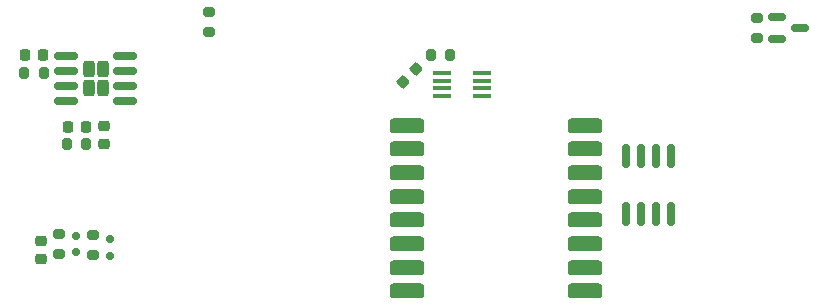
<source format=gbr>
%TF.GenerationSoftware,KiCad,Pcbnew,9.0.2*%
%TF.CreationDate,2025-07-17T17:29:37-04:00*%
%TF.ProjectId,raven-caller,72617665-6e2d-4636-916c-6c65722e6b69,rev?*%
%TF.SameCoordinates,Original*%
%TF.FileFunction,Paste,Bot*%
%TF.FilePolarity,Positive*%
%FSLAX46Y46*%
G04 Gerber Fmt 4.6, Leading zero omitted, Abs format (unit mm)*
G04 Created by KiCad (PCBNEW 9.0.2) date 2025-07-17 17:29:37*
%MOMM*%
%LPD*%
G01*
G04 APERTURE LIST*
G04 Aperture macros list*
%AMRoundRect*
0 Rectangle with rounded corners*
0 $1 Rounding radius*
0 $2 $3 $4 $5 $6 $7 $8 $9 X,Y pos of 4 corners*
0 Add a 4 corners polygon primitive as box body*
4,1,4,$2,$3,$4,$5,$6,$7,$8,$9,$2,$3,0*
0 Add four circle primitives for the rounded corners*
1,1,$1+$1,$2,$3*
1,1,$1+$1,$4,$5*
1,1,$1+$1,$6,$7*
1,1,$1+$1,$8,$9*
0 Add four rect primitives between the rounded corners*
20,1,$1+$1,$2,$3,$4,$5,0*
20,1,$1+$1,$4,$5,$6,$7,0*
20,1,$1+$1,$6,$7,$8,$9,0*
20,1,$1+$1,$8,$9,$2,$3,0*%
G04 Aperture macros list end*
%ADD10RoundRect,0.200000X0.275000X-0.200000X0.275000X0.200000X-0.275000X0.200000X-0.275000X-0.200000X0*%
%ADD11R,1.600000X0.300000*%
%ADD12RoundRect,0.150000X0.200000X-0.150000X0.200000X0.150000X-0.200000X0.150000X-0.200000X-0.150000X0*%
%ADD13RoundRect,0.200000X-0.275000X0.200000X-0.275000X-0.200000X0.275000X-0.200000X0.275000X0.200000X0*%
%ADD14RoundRect,0.200000X-0.200000X-0.275000X0.200000X-0.275000X0.200000X0.275000X-0.200000X0.275000X0*%
%ADD15RoundRect,0.150000X-0.587500X-0.150000X0.587500X-0.150000X0.587500X0.150000X-0.587500X0.150000X0*%
%ADD16RoundRect,0.225000X0.017678X-0.335876X0.335876X-0.017678X-0.017678X0.335876X-0.335876X0.017678X0*%
%ADD17RoundRect,0.225000X-0.250000X0.225000X-0.250000X-0.225000X0.250000X-0.225000X0.250000X0.225000X0*%
%ADD18RoundRect,0.150000X0.150000X-0.825000X0.150000X0.825000X-0.150000X0.825000X-0.150000X-0.825000X0*%
%ADD19RoundRect,0.218750X-0.218750X-0.256250X0.218750X-0.256250X0.218750X0.256250X-0.218750X0.256250X0*%
%ADD20RoundRect,0.200000X0.200000X0.275000X-0.200000X0.275000X-0.200000X-0.275000X0.200000X-0.275000X0*%
%ADD21RoundRect,0.225000X-0.225000X-0.250000X0.225000X-0.250000X0.225000X0.250000X-0.225000X0.250000X0*%
%ADD22RoundRect,0.250000X0.255000X0.440000X-0.255000X0.440000X-0.255000X-0.440000X0.255000X-0.440000X0*%
%ADD23RoundRect,0.150000X0.825000X0.150000X-0.825000X0.150000X-0.825000X-0.150000X0.825000X-0.150000X0*%
%ADD24RoundRect,0.225000X0.250000X-0.225000X0.250000X0.225000X-0.250000X0.225000X-0.250000X-0.225000X0*%
%ADD25RoundRect,0.317500X-1.157500X-0.317500X1.157500X-0.317500X1.157500X0.317500X-1.157500X0.317500X0*%
G04 APERTURE END LIST*
D10*
%TO.C,R1*%
X187087500Y-99550000D03*
X187087500Y-97900000D03*
%TD*%
D11*
%TO.C,U11*%
X163800000Y-102525000D03*
X163800000Y-103175000D03*
X163800000Y-103825000D03*
X163800000Y-104475000D03*
X160400000Y-104475000D03*
X160400000Y-103825000D03*
X160400000Y-103175000D03*
X160400000Y-102525000D03*
%TD*%
D12*
%TO.C,U8*%
X129422687Y-116317494D03*
X129422687Y-117717494D03*
%TD*%
D13*
%TO.C,R16*%
X130900000Y-116275000D03*
X130900000Y-117925000D03*
%TD*%
D14*
%TO.C,R6*%
X128675000Y-108570000D03*
X130325000Y-108570000D03*
%TD*%
D15*
%TO.C,Q1*%
X188825000Y-99675000D03*
X188825000Y-97775000D03*
X190700000Y-98725000D03*
%TD*%
D16*
%TO.C,C6*%
X157151992Y-103248008D03*
X158248008Y-102151992D03*
%TD*%
D17*
%TO.C,C1*%
X126500000Y-116725000D03*
X126500000Y-118275000D03*
%TD*%
D14*
%TO.C,R7*%
X159475000Y-101000000D03*
X161125000Y-101000000D03*
%TD*%
D18*
%TO.C,U3*%
X179804999Y-114475001D03*
X178534999Y-114475001D03*
X177264999Y-114475001D03*
X175994999Y-114475001D03*
X175994999Y-109525001D03*
X177264999Y-109525001D03*
X178534999Y-109525001D03*
X179804999Y-109525001D03*
%TD*%
D19*
%TO.C,D3*%
X125112499Y-101000000D03*
X126687501Y-101000000D03*
%TD*%
D12*
%TO.C,U9*%
X132327927Y-116613528D03*
X132327927Y-118013528D03*
%TD*%
D13*
%TO.C,R8*%
X140700000Y-97375000D03*
X140700000Y-99025000D03*
%TD*%
D10*
%TO.C,R15*%
X128000000Y-117825000D03*
X128000000Y-116175000D03*
%TD*%
D20*
%TO.C,R3*%
X126725000Y-102500000D03*
X125075000Y-102500000D03*
%TD*%
D21*
%TO.C,C3*%
X128725000Y-107100000D03*
X130275000Y-107100000D03*
%TD*%
D22*
%TO.C,U6*%
X131700000Y-103825000D03*
X131700000Y-102175000D03*
X130500000Y-103825000D03*
X130500000Y-102175000D03*
D23*
X133575000Y-101095000D03*
X133575000Y-102365000D03*
X133575000Y-103635000D03*
X133575000Y-104905000D03*
X128625000Y-104905000D03*
X128625000Y-103635000D03*
X128625000Y-102365000D03*
X128625000Y-101095000D03*
%TD*%
D24*
%TO.C,C4*%
X131800000Y-108575000D03*
X131800000Y-107025000D03*
%TD*%
D25*
%TO.C,U2*%
X157475000Y-121000000D03*
X157475000Y-118999999D03*
X157475000Y-117000000D03*
X157475000Y-115000000D03*
X157475000Y-113000000D03*
X157475000Y-111000000D03*
X157475000Y-109000001D03*
X157475000Y-107000000D03*
X172525000Y-107000000D03*
X172525000Y-109000001D03*
X172525000Y-111000000D03*
X172525000Y-113000000D03*
X172525000Y-115000000D03*
X172525000Y-117000000D03*
X172525000Y-118999999D03*
X172525000Y-121000000D03*
%TD*%
M02*

</source>
